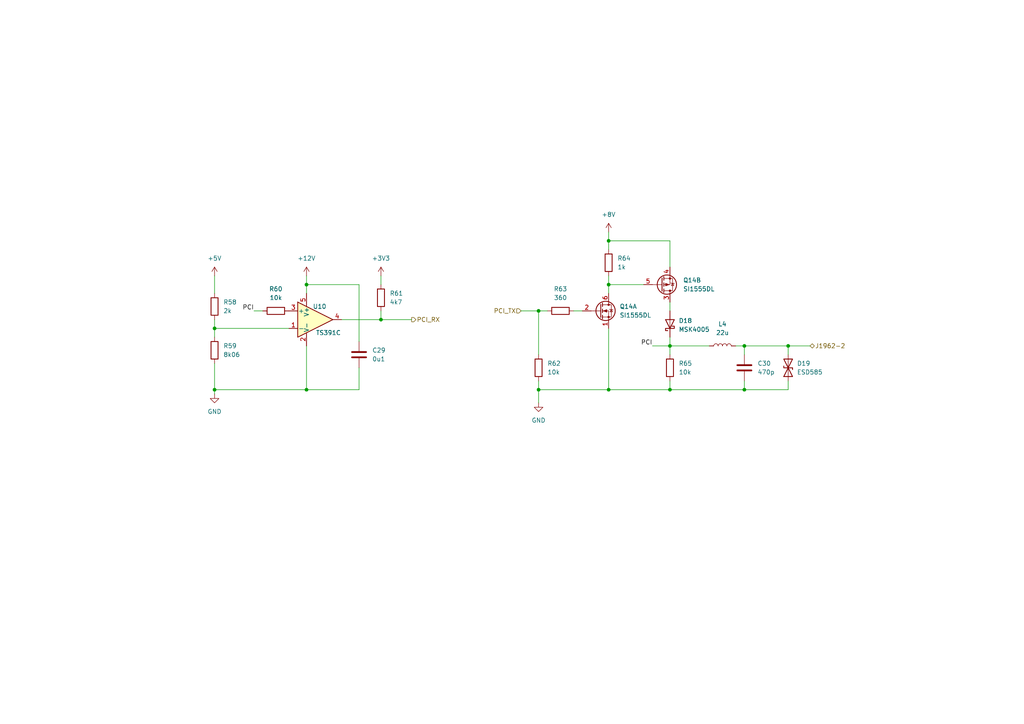
<source format=kicad_sch>
(kicad_sch (version 20211123) (generator eeschema)

  (uuid 88f30bb3-2209-4dde-a892-4620f52b9e49)

  (paper "A4")

  (title_block
    (title "Chrysler Scanner")
    (date "2023-06-25")
    (rev "V2.11")
    (company "andy@britishideas.com")
    (comment 1 "V210/ChryslerScanner_V210/schematic/ChryslerScanner_V210_schematic.pdf")
    (comment 2 "Developed From: https://github.com/laszlodaniel/ChryslerScanner/blob/master/PCB/")
    (comment 3 "GPL V3 LICENSE")
  )

  (lib_symbols
    (symbol "ChryslerScanner:SI1555DL" (pin_names hide) (in_bom yes) (on_board yes)
      (property "Reference" "Q" (id 0) (at 5.08 1.905 0)
        (effects (font (size 1.27 1.27)) (justify left))
      )
      (property "Value" "SI1555DL" (id 1) (at 5.08 0 0)
        (effects (font (size 1.27 1.27)) (justify left))
      )
      (property "Footprint" "Package_TO_SOT_SMD:SOT-23-6" (id 2) (at 5.08 -1.905 0)
        (effects (font (size 1.27 1.27)) (justify left) hide)
      )
      (property "Datasheet" "" (id 3) (at 2.54 0 0)
        (effects (font (size 1.27 1.27)) (justify left) hide)
      )
      (property "ki_keywords" "Dual HEXFET N-Channel P-Channel MOSFET" (id 4) (at 0 0 0)
        (effects (font (size 1.27 1.27)) hide)
      )
      (property "ki_fp_filters" "SOIC*3.9x4.9mm*P1.27mm*" (id 5) (at 0 0 0)
        (effects (font (size 1.27 1.27)) hide)
      )
      (symbol "SI1555DL_0_1"
        (polyline
          (pts
            (xy 0.254 0)
            (xy -2.54 0)
          )
          (stroke (width 0) (type default) (color 0 0 0 0))
          (fill (type none))
        )
        (polyline
          (pts
            (xy 0.254 1.905)
            (xy 0.254 -1.905)
          )
          (stroke (width 0.254) (type default) (color 0 0 0 0))
          (fill (type none))
        )
        (polyline
          (pts
            (xy 0.762 -1.27)
            (xy 0.762 -2.286)
          )
          (stroke (width 0.254) (type default) (color 0 0 0 0))
          (fill (type none))
        )
        (polyline
          (pts
            (xy 0.762 0.508)
            (xy 0.762 -0.508)
          )
          (stroke (width 0.254) (type default) (color 0 0 0 0))
          (fill (type none))
        )
        (polyline
          (pts
            (xy 0.762 2.286)
            (xy 0.762 1.27)
          )
          (stroke (width 0.254) (type default) (color 0 0 0 0))
          (fill (type none))
        )
        (polyline
          (pts
            (xy 2.54 2.54)
            (xy 2.54 1.778)
          )
          (stroke (width 0) (type default) (color 0 0 0 0))
          (fill (type none))
        )
        (polyline
          (pts
            (xy 2.54 -2.54)
            (xy 2.54 0)
            (xy 0.762 0)
          )
          (stroke (width 0) (type default) (color 0 0 0 0))
          (fill (type none))
        )
        (polyline
          (pts
            (xy 0.762 -1.778)
            (xy 3.302 -1.778)
            (xy 3.302 1.778)
            (xy 0.762 1.778)
          )
          (stroke (width 0) (type default) (color 0 0 0 0))
          (fill (type none))
        )
        (circle (center 1.651 0) (radius 2.794)
          (stroke (width 0.254) (type default) (color 0 0 0 0))
          (fill (type none))
        )
        (circle (center 2.54 -1.778) (radius 0.254)
          (stroke (width 0) (type default) (color 0 0 0 0))
          (fill (type outline))
        )
        (circle (center 2.54 1.778) (radius 0.254)
          (stroke (width 0) (type default) (color 0 0 0 0))
          (fill (type outline))
        )
      )
      (symbol "SI1555DL_1_1"
        (polyline
          (pts
            (xy 1.016 0)
            (xy 2.032 0.381)
            (xy 2.032 -0.381)
            (xy 1.016 0)
          )
          (stroke (width 0) (type default) (color 0 0 0 0))
          (fill (type outline))
        )
        (polyline
          (pts
            (xy 2.794 0.508)
            (xy 2.921 0.381)
            (xy 3.683 0.381)
            (xy 3.81 0.254)
          )
          (stroke (width 0) (type default) (color 0 0 0 0))
          (fill (type none))
        )
        (polyline
          (pts
            (xy 3.302 0.381)
            (xy 2.921 -0.254)
            (xy 3.683 -0.254)
            (xy 3.302 0.381)
          )
          (stroke (width 0) (type default) (color 0 0 0 0))
          (fill (type none))
        )
        (pin passive line (at 2.54 -5.08 90) (length 2.54)
          (name "S" (effects (font (size 1.27 1.27))))
          (number "1" (effects (font (size 1.27 1.27))))
        )
        (pin input line (at -5.08 0 0) (length 2.54)
          (name "G" (effects (font (size 1.27 1.27))))
          (number "2" (effects (font (size 1.27 1.27))))
        )
        (pin passive line (at 2.54 5.08 270) (length 2.54)
          (name "D" (effects (font (size 1.27 1.27))))
          (number "6" (effects (font (size 1.27 1.27))))
        )
      )
      (symbol "SI1555DL_2_1"
        (polyline
          (pts
            (xy 2.286 0)
            (xy 1.27 0.381)
            (xy 1.27 -0.381)
            (xy 2.286 0)
          )
          (stroke (width 0) (type default) (color 0 0 0 0))
          (fill (type outline))
        )
        (polyline
          (pts
            (xy 2.794 -0.508)
            (xy 2.921 -0.381)
            (xy 3.683 -0.381)
            (xy 3.81 -0.254)
          )
          (stroke (width 0) (type default) (color 0 0 0 0))
          (fill (type none))
        )
        (polyline
          (pts
            (xy 3.302 -0.381)
            (xy 2.921 0.254)
            (xy 3.683 0.254)
            (xy 3.302 -0.381)
          )
          (stroke (width 0) (type default) (color 0 0 0 0))
          (fill (type none))
        )
        (pin passive line (at 2.54 5.08 270) (length 2.54)
          (name "D" (effects (font (size 1.27 1.27))))
          (number "3" (effects (font (size 1.27 1.27))))
        )
        (pin passive line (at 2.54 -5.08 90) (length 2.54)
          (name "1" (effects (font (size 1.27 1.27))))
          (number "4" (effects (font (size 1.27 1.27))))
        )
        (pin input line (at -5.08 0 0) (length 2.54)
          (name "G" (effects (font (size 1.27 1.27))))
          (number "5" (effects (font (size 1.27 1.27))))
        )
      )
    )
    (symbol "ChryslerScanner:TS391C" (pin_names (offset 0.127)) (in_bom yes) (on_board yes)
      (property "Reference" "U" (id 0) (at 0 5.08 0)
        (effects (font (size 1.27 1.27)) (justify left))
      )
      (property "Value" "TS391C" (id 1) (at 0 -5.08 0)
        (effects (font (size 1.27 1.27)) (justify left))
      )
      (property "Footprint" "" (id 2) (at 0 0 0)
        (effects (font (size 1.27 1.27)) hide)
      )
      (property "Datasheet" "" (id 3) (at 0 5.08 0)
        (effects (font (size 1.27 1.27)) hide)
      )
      (property "ki_keywords" "single opamp" (id 4) (at 0 0 0)
        (effects (font (size 1.27 1.27)) hide)
      )
      (property "ki_fp_filters" "SOT?23*" (id 5) (at 0 0 0)
        (effects (font (size 1.27 1.27)) hide)
      )
      (symbol "TS391C_0_1"
        (polyline
          (pts
            (xy -5.08 5.08)
            (xy 5.08 0)
            (xy -5.08 -5.08)
            (xy -5.08 5.08)
          )
          (stroke (width 0.254) (type default) (color 0 0 0 0))
          (fill (type background))
        )
        (pin power_in line (at -2.54 -7.62 90) (length 3.81)
          (name "V-" (effects (font (size 1.27 1.27))))
          (number "2" (effects (font (size 1.27 1.27))))
        )
        (pin power_in line (at -2.54 7.62 270) (length 3.81)
          (name "V+" (effects (font (size 1.27 1.27))))
          (number "5" (effects (font (size 1.27 1.27))))
        )
      )
      (symbol "TS391C_1_1"
        (pin input line (at -7.62 -2.54 0) (length 2.54)
          (name "-" (effects (font (size 1.27 1.27))))
          (number "1" (effects (font (size 1.27 1.27))))
        )
        (pin input line (at -7.62 2.54 0) (length 2.54)
          (name "+" (effects (font (size 1.27 1.27))))
          (number "3" (effects (font (size 1.27 1.27))))
        )
        (pin output line (at 7.62 0 180) (length 2.54)
          (name "~" (effects (font (size 1.27 1.27))))
          (number "4" (effects (font (size 1.27 1.27))))
        )
      )
    )
    (symbol "Device:C" (pin_numbers hide) (pin_names (offset 0.254)) (in_bom yes) (on_board yes)
      (property "Reference" "C" (id 0) (at 0.635 2.54 0)
        (effects (font (size 1.27 1.27)) (justify left))
      )
      (property "Value" "C" (id 1) (at 0.635 -2.54 0)
        (effects (font (size 1.27 1.27)) (justify left))
      )
      (property "Footprint" "" (id 2) (at 0.9652 -3.81 0)
        (effects (font (size 1.27 1.27)) hide)
      )
      (property "Datasheet" "~" (id 3) (at 0 0 0)
        (effects (font (size 1.27 1.27)) hide)
      )
      (property "ki_keywords" "cap capacitor" (id 4) (at 0 0 0)
        (effects (font (size 1.27 1.27)) hide)
      )
      (property "ki_description" "Unpolarized capacitor" (id 5) (at 0 0 0)
        (effects (font (size 1.27 1.27)) hide)
      )
      (property "ki_fp_filters" "C_*" (id 6) (at 0 0 0)
        (effects (font (size 1.27 1.27)) hide)
      )
      (symbol "C_0_1"
        (polyline
          (pts
            (xy -2.032 -0.762)
            (xy 2.032 -0.762)
          )
          (stroke (width 0.508) (type default) (color 0 0 0 0))
          (fill (type none))
        )
        (polyline
          (pts
            (xy -2.032 0.762)
            (xy 2.032 0.762)
          )
          (stroke (width 0.508) (type default) (color 0 0 0 0))
          (fill (type none))
        )
      )
      (symbol "C_1_1"
        (pin passive line (at 0 3.81 270) (length 2.794)
          (name "~" (effects (font (size 1.27 1.27))))
          (number "1" (effects (font (size 1.27 1.27))))
        )
        (pin passive line (at 0 -3.81 90) (length 2.794)
          (name "~" (effects (font (size 1.27 1.27))))
          (number "2" (effects (font (size 1.27 1.27))))
        )
      )
    )
    (symbol "Device:D_Schottky" (pin_numbers hide) (pin_names (offset 1.016) hide) (in_bom yes) (on_board yes)
      (property "Reference" "D" (id 0) (at 0 2.54 0)
        (effects (font (size 1.27 1.27)))
      )
      (property "Value" "D_Schottky" (id 1) (at 0 -2.54 0)
        (effects (font (size 1.27 1.27)))
      )
      (property "Footprint" "" (id 2) (at 0 0 0)
        (effects (font (size 1.27 1.27)) hide)
      )
      (property "Datasheet" "~" (id 3) (at 0 0 0)
        (effects (font (size 1.27 1.27)) hide)
      )
      (property "ki_keywords" "diode Schottky" (id 4) (at 0 0 0)
        (effects (font (size 1.27 1.27)) hide)
      )
      (property "ki_description" "Schottky diode" (id 5) (at 0 0 0)
        (effects (font (size 1.27 1.27)) hide)
      )
      (property "ki_fp_filters" "TO-???* *_Diode_* *SingleDiode* D_*" (id 6) (at 0 0 0)
        (effects (font (size 1.27 1.27)) hide)
      )
      (symbol "D_Schottky_0_1"
        (polyline
          (pts
            (xy 1.27 0)
            (xy -1.27 0)
          )
          (stroke (width 0) (type default) (color 0 0 0 0))
          (fill (type none))
        )
        (polyline
          (pts
            (xy 1.27 1.27)
            (xy 1.27 -1.27)
            (xy -1.27 0)
            (xy 1.27 1.27)
          )
          (stroke (width 0.254) (type default) (color 0 0 0 0))
          (fill (type none))
        )
        (polyline
          (pts
            (xy -1.905 0.635)
            (xy -1.905 1.27)
            (xy -1.27 1.27)
            (xy -1.27 -1.27)
            (xy -0.635 -1.27)
            (xy -0.635 -0.635)
          )
          (stroke (width 0.254) (type default) (color 0 0 0 0))
          (fill (type none))
        )
      )
      (symbol "D_Schottky_1_1"
        (pin passive line (at -3.81 0 0) (length 2.54)
          (name "K" (effects (font (size 1.27 1.27))))
          (number "1" (effects (font (size 1.27 1.27))))
        )
        (pin passive line (at 3.81 0 180) (length 2.54)
          (name "A" (effects (font (size 1.27 1.27))))
          (number "2" (effects (font (size 1.27 1.27))))
        )
      )
    )
    (symbol "Device:D_TVS" (pin_numbers hide) (pin_names (offset 1.016) hide) (in_bom yes) (on_board yes)
      (property "Reference" "D" (id 0) (at 0 2.54 0)
        (effects (font (size 1.27 1.27)))
      )
      (property "Value" "D_TVS" (id 1) (at 0 -2.54 0)
        (effects (font (size 1.27 1.27)))
      )
      (property "Footprint" "" (id 2) (at 0 0 0)
        (effects (font (size 1.27 1.27)) hide)
      )
      (property "Datasheet" "~" (id 3) (at 0 0 0)
        (effects (font (size 1.27 1.27)) hide)
      )
      (property "ki_keywords" "diode TVS thyrector" (id 4) (at 0 0 0)
        (effects (font (size 1.27 1.27)) hide)
      )
      (property "ki_description" "Bidirectional transient-voltage-suppression diode" (id 5) (at 0 0 0)
        (effects (font (size 1.27 1.27)) hide)
      )
      (property "ki_fp_filters" "TO-???* *_Diode_* *SingleDiode* D_*" (id 6) (at 0 0 0)
        (effects (font (size 1.27 1.27)) hide)
      )
      (symbol "D_TVS_0_1"
        (polyline
          (pts
            (xy 1.27 0)
            (xy -1.27 0)
          )
          (stroke (width 0) (type default) (color 0 0 0 0))
          (fill (type none))
        )
        (polyline
          (pts
            (xy 0.508 1.27)
            (xy 0 1.27)
            (xy 0 -1.27)
            (xy -0.508 -1.27)
          )
          (stroke (width 0.254) (type default) (color 0 0 0 0))
          (fill (type none))
        )
        (polyline
          (pts
            (xy -2.54 1.27)
            (xy -2.54 -1.27)
            (xy 2.54 1.27)
            (xy 2.54 -1.27)
            (xy -2.54 1.27)
          )
          (stroke (width 0.254) (type default) (color 0 0 0 0))
          (fill (type none))
        )
      )
      (symbol "D_TVS_1_1"
        (pin passive line (at -3.81 0 0) (length 2.54)
          (name "A1" (effects (font (size 1.27 1.27))))
          (number "1" (effects (font (size 1.27 1.27))))
        )
        (pin passive line (at 3.81 0 180) (length 2.54)
          (name "A2" (effects (font (size 1.27 1.27))))
          (number "2" (effects (font (size 1.27 1.27))))
        )
      )
    )
    (symbol "Device:L" (pin_numbers hide) (pin_names (offset 1.016) hide) (in_bom yes) (on_board yes)
      (property "Reference" "L" (id 0) (at -1.27 0 90)
        (effects (font (size 1.27 1.27)))
      )
      (property "Value" "L" (id 1) (at 1.905 0 90)
        (effects (font (size 1.27 1.27)))
      )
      (property "Footprint" "" (id 2) (at 0 0 0)
        (effects (font (size 1.27 1.27)) hide)
      )
      (property "Datasheet" "~" (id 3) (at 0 0 0)
        (effects (font (size 1.27 1.27)) hide)
      )
      (property "ki_keywords" "inductor choke coil reactor magnetic" (id 4) (at 0 0 0)
        (effects (font (size 1.27 1.27)) hide)
      )
      (property "ki_description" "Inductor" (id 5) (at 0 0 0)
        (effects (font (size 1.27 1.27)) hide)
      )
      (property "ki_fp_filters" "Choke_* *Coil* Inductor_* L_*" (id 6) (at 0 0 0)
        (effects (font (size 1.27 1.27)) hide)
      )
      (symbol "L_0_1"
        (arc (start 0 -2.54) (mid 0.635 -1.905) (end 0 -1.27)
          (stroke (width 0) (type default) (color 0 0 0 0))
          (fill (type none))
        )
        (arc (start 0 -1.27) (mid 0.635 -0.635) (end 0 0)
          (stroke (width 0) (type default) (color 0 0 0 0))
          (fill (type none))
        )
        (arc (start 0 0) (mid 0.635 0.635) (end 0 1.27)
          (stroke (width 0) (type default) (color 0 0 0 0))
          (fill (type none))
        )
        (arc (start 0 1.27) (mid 0.635 1.905) (end 0 2.54)
          (stroke (width 0) (type default) (color 0 0 0 0))
          (fill (type none))
        )
      )
      (symbol "L_1_1"
        (pin passive line (at 0 3.81 270) (length 1.27)
          (name "1" (effects (font (size 1.27 1.27))))
          (number "1" (effects (font (size 1.27 1.27))))
        )
        (pin passive line (at 0 -3.81 90) (length 1.27)
          (name "2" (effects (font (size 1.27 1.27))))
          (number "2" (effects (font (size 1.27 1.27))))
        )
      )
    )
    (symbol "Device:R" (pin_numbers hide) (pin_names (offset 0)) (in_bom yes) (on_board yes)
      (property "Reference" "R" (id 0) (at 2.032 0 90)
        (effects (font (size 1.27 1.27)))
      )
      (property "Value" "R" (id 1) (at 0 0 90)
        (effects (font (size 1.27 1.27)))
      )
      (property "Footprint" "" (id 2) (at -1.778 0 90)
        (effects (font (size 1.27 1.27)) hide)
      )
      (property "Datasheet" "~" (id 3) (at 0 0 0)
        (effects (font (size 1.27 1.27)) hide)
      )
      (property "ki_keywords" "R res resistor" (id 4) (at 0 0 0)
        (effects (font (size 1.27 1.27)) hide)
      )
      (property "ki_description" "Resistor" (id 5) (at 0 0 0)
        (effects (font (size 1.27 1.27)) hide)
      )
      (property "ki_fp_filters" "R_*" (id 6) (at 0 0 0)
        (effects (font (size 1.27 1.27)) hide)
      )
      (symbol "R_0_1"
        (rectangle (start -1.016 -2.54) (end 1.016 2.54)
          (stroke (width 0.254) (type default) (color 0 0 0 0))
          (fill (type none))
        )
      )
      (symbol "R_1_1"
        (pin passive line (at 0 3.81 270) (length 1.27)
          (name "~" (effects (font (size 1.27 1.27))))
          (number "1" (effects (font (size 1.27 1.27))))
        )
        (pin passive line (at 0 -3.81 90) (length 1.27)
          (name "~" (effects (font (size 1.27 1.27))))
          (number "2" (effects (font (size 1.27 1.27))))
        )
      )
    )
    (symbol "power:+12V" (power) (pin_names (offset 0)) (in_bom yes) (on_board yes)
      (property "Reference" "#PWR" (id 0) (at 0 -3.81 0)
        (effects (font (size 1.27 1.27)) hide)
      )
      (property "Value" "+12V" (id 1) (at 0 3.556 0)
        (effects (font (size 1.27 1.27)))
      )
      (property "Footprint" "" (id 2) (at 0 0 0)
        (effects (font (size 1.27 1.27)) hide)
      )
      (property "Datasheet" "" (id 3) (at 0 0 0)
        (effects (font (size 1.27 1.27)) hide)
      )
      (property "ki_keywords" "power-flag" (id 4) (at 0 0 0)
        (effects (font (size 1.27 1.27)) hide)
      )
      (property "ki_description" "Power symbol creates a global label with name \"+12V\"" (id 5) (at 0 0 0)
        (effects (font (size 1.27 1.27)) hide)
      )
      (symbol "+12V_0_1"
        (polyline
          (pts
            (xy -0.762 1.27)
            (xy 0 2.54)
          )
          (stroke (width 0) (type default) (color 0 0 0 0))
          (fill (type none))
        )
        (polyline
          (pts
            (xy 0 0)
            (xy 0 2.54)
          )
          (stroke (width 0) (type default) (color 0 0 0 0))
          (fill (type none))
        )
        (polyline
          (pts
            (xy 0 2.54)
            (xy 0.762 1.27)
          )
          (stroke (width 0) (type default) (color 0 0 0 0))
          (fill (type none))
        )
      )
      (symbol "+12V_1_1"
        (pin power_in line (at 0 0 90) (length 0) hide
          (name "+12V" (effects (font (size 1.27 1.27))))
          (number "1" (effects (font (size 1.27 1.27))))
        )
      )
    )
    (symbol "power:+3V3" (power) (pin_names (offset 0)) (in_bom yes) (on_board yes)
      (property "Reference" "#PWR" (id 0) (at 0 -3.81 0)
        (effects (font (size 1.27 1.27)) hide)
      )
      (property "Value" "+3V3" (id 1) (at 0 3.556 0)
        (effects (font (size 1.27 1.27)))
      )
      (property "Footprint" "" (id 2) (at 0 0 0)
        (effects (font (size 1.27 1.27)) hide)
      )
      (property "Datasheet" "" (id 3) (at 0 0 0)
        (effects (font (size 1.27 1.27)) hide)
      )
      (property "ki_keywords" "power-flag" (id 4) (at 0 0 0)
        (effects (font (size 1.27 1.27)) hide)
      )
      (property "ki_description" "Power symbol creates a global label with name \"+3V3\"" (id 5) (at 0 0 0)
        (effects (font (size 1.27 1.27)) hide)
      )
      (symbol "+3V3_0_1"
        (polyline
          (pts
            (xy -0.762 1.27)
            (xy 0 2.54)
          )
          (stroke (width 0) (type default) (color 0 0 0 0))
          (fill (type none))
        )
        (polyline
          (pts
            (xy 0 0)
            (xy 0 2.54)
          )
          (stroke (width 0) (type default) (color 0 0 0 0))
          (fill (type none))
        )
        (polyline
          (pts
            (xy 0 2.54)
            (xy 0.762 1.27)
          )
          (stroke (width 0) (type default) (color 0 0 0 0))
          (fill (type none))
        )
      )
      (symbol "+3V3_1_1"
        (pin power_in line (at 0 0 90) (length 0) hide
          (name "+3V3" (effects (font (size 1.27 1.27))))
          (number "1" (effects (font (size 1.27 1.27))))
        )
      )
    )
    (symbol "power:+5V" (power) (pin_names (offset 0)) (in_bom yes) (on_board yes)
      (property "Reference" "#PWR" (id 0) (at 0 -3.81 0)
        (effects (font (size 1.27 1.27)) hide)
      )
      (property "Value" "+5V" (id 1) (at 0 3.556 0)
        (effects (font (size 1.27 1.27)))
      )
      (property "Footprint" "" (id 2) (at 0 0 0)
        (effects (font (size 1.27 1.27)) hide)
      )
      (property "Datasheet" "" (id 3) (at 0 0 0)
        (effects (font (size 1.27 1.27)) hide)
      )
      (property "ki_keywords" "power-flag" (id 4) (at 0 0 0)
        (effects (font (size 1.27 1.27)) hide)
      )
      (property "ki_description" "Power symbol creates a global label with name \"+5V\"" (id 5) (at 0 0 0)
        (effects (font (size 1.27 1.27)) hide)
      )
      (symbol "+5V_0_1"
        (polyline
          (pts
            (xy -0.762 1.27)
            (xy 0 2.54)
          )
          (stroke (width 0) (type default) (color 0 0 0 0))
          (fill (type none))
        )
        (polyline
          (pts
            (xy 0 0)
            (xy 0 2.54)
          )
          (stroke (width 0) (type default) (color 0 0 0 0))
          (fill (type none))
        )
        (polyline
          (pts
            (xy 0 2.54)
            (xy 0.762 1.27)
          )
          (stroke (width 0) (type default) (color 0 0 0 0))
          (fill (type none))
        )
      )
      (symbol "+5V_1_1"
        (pin power_in line (at 0 0 90) (length 0) hide
          (name "+5V" (effects (font (size 1.27 1.27))))
          (number "1" (effects (font (size 1.27 1.27))))
        )
      )
    )
    (symbol "power:+8V" (power) (pin_names (offset 0)) (in_bom yes) (on_board yes)
      (property "Reference" "#PWR" (id 0) (at 0 -3.81 0)
        (effects (font (size 1.27 1.27)) hide)
      )
      (property "Value" "+8V" (id 1) (at 0 3.556 0)
        (effects (font (size 1.27 1.27)))
      )
      (property "Footprint" "" (id 2) (at 0 0 0)
        (effects (font (size 1.27 1.27)) hide)
      )
      (property "Datasheet" "" (id 3) (at 0 0 0)
        (effects (font (size 1.27 1.27)) hide)
      )
      (property "ki_keywords" "power-flag" (id 4) (at 0 0 0)
        (effects (font (size 1.27 1.27)) hide)
      )
      (property "ki_description" "Power symbol creates a global label with name \"+8V\"" (id 5) (at 0 0 0)
        (effects (font (size 1.27 1.27)) hide)
      )
      (symbol "+8V_0_1"
        (polyline
          (pts
            (xy -0.762 1.27)
            (xy 0 2.54)
          )
          (stroke (width 0) (type default) (color 0 0 0 0))
          (fill (type none))
        )
        (polyline
          (pts
            (xy 0 0)
            (xy 0 2.54)
          )
          (stroke (width 0) (type default) (color 0 0 0 0))
          (fill (type none))
        )
        (polyline
          (pts
            (xy 0 2.54)
            (xy 0.762 1.27)
          )
          (stroke (width 0) (type default) (color 0 0 0 0))
          (fill (type none))
        )
      )
      (symbol "+8V_1_1"
        (pin power_in line (at 0 0 90) (length 0) hide
          (name "+8V" (effects (font (size 1.27 1.27))))
          (number "1" (effects (font (size 1.27 1.27))))
        )
      )
    )
    (symbol "power:GND" (power) (pin_names (offset 0)) (in_bom yes) (on_board yes)
      (property "Reference" "#PWR" (id 0) (at 0 -6.35 0)
        (effects (font (size 1.27 1.27)) hide)
      )
      (property "Value" "GND" (id 1) (at 0 -3.81 0)
        (effects (font (size 1.27 1.27)))
      )
      (property "Footprint" "" (id 2) (at 0 0 0)
        (effects (font (size 1.27 1.27)) hide)
      )
      (property "Datasheet" "" (id 3) (at 0 0 0)
        (effects (font (size 1.27 1.27)) hide)
      )
      (property "ki_keywords" "power-flag" (id 4) (at 0 0 0)
        (effects (font (size 1.27 1.27)) hide)
      )
      (property "ki_description" "Power symbol creates a global label with name \"GND\" , ground" (id 5) (at 0 0 0)
        (effects (font (size 1.27 1.27)) hide)
      )
      (symbol "GND_0_1"
        (polyline
          (pts
            (xy 0 0)
            (xy 0 -1.27)
            (xy 1.27 -1.27)
            (xy 0 -2.54)
            (xy -1.27 -1.27)
            (xy 0 -1.27)
          )
          (stroke (width 0) (type default) (color 0 0 0 0))
          (fill (type none))
        )
      )
      (symbol "GND_1_1"
        (pin power_in line (at 0 0 270) (length 0) hide
          (name "GND" (effects (font (size 1.27 1.27))))
          (number "1" (effects (font (size 1.27 1.27))))
        )
      )
    )
  )

  (junction (at 176.53 113.03) (diameter 0) (color 0 0 0 0)
    (uuid 06154206-bfc1-48b1-8aab-dbb3c93832c5)
  )
  (junction (at 194.31 113.03) (diameter 0) (color 0 0 0 0)
    (uuid 16c8affc-732e-43a0-a320-d3500ccf6739)
  )
  (junction (at 156.21 113.03) (diameter 0) (color 0 0 0 0)
    (uuid 2bd5a19c-0df5-4be8-8d81-47274a172f7d)
  )
  (junction (at 156.21 90.17) (diameter 0) (color 0 0 0 0)
    (uuid 56cd5f47-dfb8-4ab2-bffb-f4d89db81ab5)
  )
  (junction (at 176.53 69.85) (diameter 0) (color 0 0 0 0)
    (uuid 6e99925a-c997-435f-b48b-8c8bb6a01237)
  )
  (junction (at 176.53 82.55) (diameter 0) (color 0 0 0 0)
    (uuid 7c1e8d7c-1148-4ad6-b689-31987eb3cc1c)
  )
  (junction (at 88.9 82.55) (diameter 0) (color 0 0 0 0)
    (uuid 7e6e673b-e512-4b06-891d-a20ada3a47c7)
  )
  (junction (at 62.23 95.25) (diameter 0) (color 0 0 0 0)
    (uuid 8cda4a5d-e7ce-409e-8967-1ed89a1c0431)
  )
  (junction (at 62.23 113.03) (diameter 0) (color 0 0 0 0)
    (uuid a5ca3464-e001-45ba-acb9-50c674fc3ced)
  )
  (junction (at 215.9 113.03) (diameter 0) (color 0 0 0 0)
    (uuid bb3bf565-1643-458f-8951-a0ba46a75002)
  )
  (junction (at 215.9 100.33) (diameter 0) (color 0 0 0 0)
    (uuid cb84fd1d-8777-483e-ae36-0df70a005304)
  )
  (junction (at 194.31 100.33) (diameter 0) (color 0 0 0 0)
    (uuid cc356264-0c2b-44a1-9a40-8922669cf39a)
  )
  (junction (at 228.6 100.33) (diameter 0) (color 0 0 0 0)
    (uuid cd4bfffd-14f5-4080-9cc8-7955b970e30b)
  )
  (junction (at 88.9 113.03) (diameter 0) (color 0 0 0 0)
    (uuid f806fb48-4ab3-4050-8fc7-c6bca3afd0ce)
  )
  (junction (at 110.49 92.71) (diameter 0) (color 0 0 0 0)
    (uuid fd61600c-2618-488c-bfa5-a253ced4a4a3)
  )

  (wire (pts (xy 110.49 90.17) (xy 110.49 92.71))
    (stroke (width 0) (type default) (color 0 0 0 0))
    (uuid 03d608f0-027c-47ee-bc22-a175a7f0cfbd)
  )
  (wire (pts (xy 215.9 110.49) (xy 215.9 113.03))
    (stroke (width 0) (type default) (color 0 0 0 0))
    (uuid 113612d4-4953-46ea-bca8-8b8a63946fed)
  )
  (wire (pts (xy 62.23 95.25) (xy 62.23 97.79))
    (stroke (width 0) (type default) (color 0 0 0 0))
    (uuid 1304d38b-a6a5-4d05-b4bb-3c4fe0934856)
  )
  (wire (pts (xy 194.31 69.85) (xy 176.53 69.85))
    (stroke (width 0) (type default) (color 0 0 0 0))
    (uuid 1a45734c-8f73-4440-96c1-956d2f829caf)
  )
  (wire (pts (xy 194.31 77.47) (xy 194.31 69.85))
    (stroke (width 0) (type default) (color 0 0 0 0))
    (uuid 1aca7f1d-e07c-4ddc-acf0-5edd92da8019)
  )
  (wire (pts (xy 156.21 113.03) (xy 156.21 116.84))
    (stroke (width 0) (type default) (color 0 0 0 0))
    (uuid 1c14ff2d-ef6c-4832-b999-81d9ffff51ba)
  )
  (wire (pts (xy 194.31 97.79) (xy 194.31 100.33))
    (stroke (width 0) (type default) (color 0 0 0 0))
    (uuid 1ca0bbaf-0d6f-459e-8212-7b493ff7b36f)
  )
  (wire (pts (xy 104.14 113.03) (xy 88.9 113.03))
    (stroke (width 0) (type default) (color 0 0 0 0))
    (uuid 1cc66d29-63b4-4600-b7ca-b952fa6e0a16)
  )
  (wire (pts (xy 176.53 82.55) (xy 176.53 85.09))
    (stroke (width 0) (type default) (color 0 0 0 0))
    (uuid 2060689c-7fd8-4b10-85f2-530fc278b6ac)
  )
  (wire (pts (xy 215.9 102.87) (xy 215.9 100.33))
    (stroke (width 0) (type default) (color 0 0 0 0))
    (uuid 24f3843d-c5ef-4a23-92d0-27846222e4ca)
  )
  (wire (pts (xy 158.75 90.17) (xy 156.21 90.17))
    (stroke (width 0) (type default) (color 0 0 0 0))
    (uuid 2734bcf2-051a-46ff-b1d1-9f49036949ca)
  )
  (wire (pts (xy 110.49 92.71) (xy 99.06 92.71))
    (stroke (width 0) (type default) (color 0 0 0 0))
    (uuid 2a001d2c-ecef-4940-a88d-1e30700e0717)
  )
  (wire (pts (xy 73.66 90.17) (xy 76.2 90.17))
    (stroke (width 0) (type default) (color 0 0 0 0))
    (uuid 2c0b1e07-f420-4709-8b4d-8cf84b828c0d)
  )
  (wire (pts (xy 215.9 113.03) (xy 194.31 113.03))
    (stroke (width 0) (type default) (color 0 0 0 0))
    (uuid 3c0bc845-6cec-44b0-aeaf-e839974c8676)
  )
  (wire (pts (xy 156.21 90.17) (xy 156.21 102.87))
    (stroke (width 0) (type default) (color 0 0 0 0))
    (uuid 3ff4aee4-41eb-4f6c-8440-643405f14c13)
  )
  (wire (pts (xy 228.6 100.33) (xy 215.9 100.33))
    (stroke (width 0) (type default) (color 0 0 0 0))
    (uuid 4055eabb-03c0-475e-85d0-00a7eca297ba)
  )
  (wire (pts (xy 104.14 106.68) (xy 104.14 113.03))
    (stroke (width 0) (type default) (color 0 0 0 0))
    (uuid 415dc3f1-fc1a-4b1c-9ac5-bbad55b5f243)
  )
  (wire (pts (xy 62.23 80.01) (xy 62.23 85.09))
    (stroke (width 0) (type default) (color 0 0 0 0))
    (uuid 41c29536-fd9d-44f6-9aed-cdaed6b899ff)
  )
  (wire (pts (xy 62.23 95.25) (xy 83.82 95.25))
    (stroke (width 0) (type default) (color 0 0 0 0))
    (uuid 4b852dfa-5784-4693-a9d8-5af129e96534)
  )
  (wire (pts (xy 88.9 100.33) (xy 88.9 113.03))
    (stroke (width 0) (type default) (color 0 0 0 0))
    (uuid 4cfbb8a0-f180-4927-bfc6-1920ed12b48a)
  )
  (wire (pts (xy 194.31 110.49) (xy 194.31 113.03))
    (stroke (width 0) (type default) (color 0 0 0 0))
    (uuid 553bdf44-2dec-4056-ba97-826214c59867)
  )
  (wire (pts (xy 110.49 92.71) (xy 119.38 92.71))
    (stroke (width 0) (type default) (color 0 0 0 0))
    (uuid 5ace0037-29aa-4b38-942e-099fa4ff6d69)
  )
  (wire (pts (xy 176.53 67.31) (xy 176.53 69.85))
    (stroke (width 0) (type default) (color 0 0 0 0))
    (uuid 5b11cec5-5f9f-4bed-889c-ac7271997f4f)
  )
  (wire (pts (xy 62.23 105.41) (xy 62.23 113.03))
    (stroke (width 0) (type default) (color 0 0 0 0))
    (uuid 5db67bbb-3c0a-4d02-b3df-7e5702feb8b7)
  )
  (wire (pts (xy 194.31 100.33) (xy 194.31 102.87))
    (stroke (width 0) (type default) (color 0 0 0 0))
    (uuid 63275331-9fc3-43d4-9618-54d10e309f4c)
  )
  (wire (pts (xy 228.6 102.87) (xy 228.6 100.33))
    (stroke (width 0) (type default) (color 0 0 0 0))
    (uuid 67c60382-0e8f-4ffe-8843-dd6370afb16e)
  )
  (wire (pts (xy 189.23 100.33) (xy 194.31 100.33))
    (stroke (width 0) (type default) (color 0 0 0 0))
    (uuid 6ad57338-242e-4497-b9da-411224221457)
  )
  (wire (pts (xy 110.49 80.01) (xy 110.49 82.55))
    (stroke (width 0) (type default) (color 0 0 0 0))
    (uuid 6cceeee1-63be-40ff-9c6e-daeb7f1f5cec)
  )
  (wire (pts (xy 104.14 99.06) (xy 104.14 82.55))
    (stroke (width 0) (type default) (color 0 0 0 0))
    (uuid 704c90ae-7f79-425b-81ca-f26e9c8b6226)
  )
  (wire (pts (xy 194.31 113.03) (xy 176.53 113.03))
    (stroke (width 0) (type default) (color 0 0 0 0))
    (uuid 7267c50d-f4a4-4ca8-8e8f-fe183c03a21d)
  )
  (wire (pts (xy 62.23 113.03) (xy 62.23 114.3))
    (stroke (width 0) (type default) (color 0 0 0 0))
    (uuid 737a74a5-86fb-4bd6-85af-4f0caa38f388)
  )
  (wire (pts (xy 215.9 100.33) (xy 213.36 100.33))
    (stroke (width 0) (type default) (color 0 0 0 0))
    (uuid 7af1d230-95c4-45bd-951e-1886fd052e63)
  )
  (wire (pts (xy 62.23 92.71) (xy 62.23 95.25))
    (stroke (width 0) (type default) (color 0 0 0 0))
    (uuid 7f7d63b6-a69d-49fe-9d49-ab252161296a)
  )
  (wire (pts (xy 166.37 90.17) (xy 168.91 90.17))
    (stroke (width 0) (type default) (color 0 0 0 0))
    (uuid 9555b7bd-84d7-4411-bcb5-e298e5f91093)
  )
  (wire (pts (xy 176.53 69.85) (xy 176.53 72.39))
    (stroke (width 0) (type default) (color 0 0 0 0))
    (uuid 98f490e0-77ce-4b68-89c7-9f6ed94c161c)
  )
  (wire (pts (xy 176.53 113.03) (xy 156.21 113.03))
    (stroke (width 0) (type default) (color 0 0 0 0))
    (uuid a095f254-40ac-4594-8552-58f2db250729)
  )
  (wire (pts (xy 176.53 82.55) (xy 186.69 82.55))
    (stroke (width 0) (type default) (color 0 0 0 0))
    (uuid a5dfec28-7967-439b-8f9c-3a8703a25b16)
  )
  (wire (pts (xy 228.6 110.49) (xy 228.6 113.03))
    (stroke (width 0) (type default) (color 0 0 0 0))
    (uuid a64bb9ae-f60a-4f2e-8f12-eb236a59cbc3)
  )
  (wire (pts (xy 151.13 90.17) (xy 156.21 90.17))
    (stroke (width 0) (type default) (color 0 0 0 0))
    (uuid af7de88b-5787-4f08-9ba9-6ce23fec0177)
  )
  (wire (pts (xy 176.53 80.01) (xy 176.53 82.55))
    (stroke (width 0) (type default) (color 0 0 0 0))
    (uuid b3141e9b-1916-4471-b12a-0731dc42563f)
  )
  (wire (pts (xy 104.14 82.55) (xy 88.9 82.55))
    (stroke (width 0) (type default) (color 0 0 0 0))
    (uuid b3917eb9-18b7-4cc0-99ac-949a7d9aa538)
  )
  (wire (pts (xy 62.23 113.03) (xy 88.9 113.03))
    (stroke (width 0) (type default) (color 0 0 0 0))
    (uuid b430dff3-a0f2-4749-818c-717e4b5b3d5e)
  )
  (wire (pts (xy 228.6 113.03) (xy 215.9 113.03))
    (stroke (width 0) (type default) (color 0 0 0 0))
    (uuid b73a8fac-49cd-4f5b-8057-14d8167873e2)
  )
  (wire (pts (xy 194.31 100.33) (xy 205.74 100.33))
    (stroke (width 0) (type default) (color 0 0 0 0))
    (uuid b781dfad-56b6-4384-ac78-53739e57497c)
  )
  (wire (pts (xy 156.21 110.49) (xy 156.21 113.03))
    (stroke (width 0) (type default) (color 0 0 0 0))
    (uuid b8768249-a734-4505-8e97-001d11ffbee7)
  )
  (wire (pts (xy 88.9 80.01) (xy 88.9 82.55))
    (stroke (width 0) (type default) (color 0 0 0 0))
    (uuid bce2f352-ef73-490e-b4ed-d1698b0b540f)
  )
  (wire (pts (xy 228.6 100.33) (xy 234.95 100.33))
    (stroke (width 0) (type default) (color 0 0 0 0))
    (uuid c1c4decf-5c87-4b80-be46-30ee1598c9ad)
  )
  (wire (pts (xy 88.9 82.55) (xy 88.9 85.09))
    (stroke (width 0) (type default) (color 0 0 0 0))
    (uuid cfbb2f10-0982-48b9-a0b4-8a64ca8da1c9)
  )
  (wire (pts (xy 194.31 87.63) (xy 194.31 90.17))
    (stroke (width 0) (type default) (color 0 0 0 0))
    (uuid ebfdec73-0a79-4789-8327-bae851f42c7a)
  )
  (wire (pts (xy 176.53 95.25) (xy 176.53 113.03))
    (stroke (width 0) (type default) (color 0 0 0 0))
    (uuid f2b62c9c-898e-43ad-885a-0eac51dc8106)
  )

  (label "PCI" (at 189.23 100.33 180)
    (effects (font (size 1.27 1.27)) (justify right bottom))
    (uuid 143dda1d-12c6-40d2-a0cf-033c2563ceeb)
  )
  (label "PCI" (at 73.66 90.17 180)
    (effects (font (size 1.27 1.27)) (justify right bottom))
    (uuid 67928e64-f3e6-4306-8b52-113138bebb63)
  )

  (hierarchical_label "PCI_TX" (shape input) (at 151.13 90.17 180)
    (effects (font (size 1.27 1.27)) (justify right))
    (uuid b0df1434-7692-4b57-8cc4-8b834cbb7ee7)
  )
  (hierarchical_label "PCI_RX" (shape output) (at 119.38 92.71 0)
    (effects (font (size 1.27 1.27)) (justify left))
    (uuid c1f6fc8b-4a44-441f-8c0d-2c957f4285da)
  )
  (hierarchical_label "J1962-2" (shape bidirectional) (at 234.95 100.33 0)
    (effects (font (size 1.27 1.27)) (justify left))
    (uuid fe448489-7c44-44c2-a487-db854c6c6bf9)
  )

  (symbol (lib_id "Device:R") (at 80.01 90.17 270) (unit 1)
    (in_bom yes) (on_board yes) (fields_autoplaced)
    (uuid 0fa49211-2cd6-4450-b53e-7b8ee94f5467)
    (property "Reference" "R60" (id 0) (at 80.01 83.82 90))
    (property "Value" "10k" (id 1) (at 80.01 86.36 90))
    (property "Footprint" "" (id 2) (at 80.01 88.392 90)
      (effects (font (size 1.27 1.27)) hide)
    )
    (property "Datasheet" "~" (id 3) (at 80.01 90.17 0)
      (effects (font (size 1.27 1.27)) hide)
    )
    (pin "1" (uuid b4e02cf7-8008-4329-a39c-79cb4702589a))
    (pin "2" (uuid 36ac614e-6e53-4220-8390-24cf088bcfd4))
  )

  (symbol (lib_id "power:+5V") (at 62.23 80.01 0) (unit 1)
    (in_bom yes) (on_board yes) (fields_autoplaced)
    (uuid 3755b476-9244-460f-884a-140ac31bfd02)
    (property "Reference" "#PWR070" (id 0) (at 62.23 83.82 0)
      (effects (font (size 1.27 1.27)) hide)
    )
    (property "Value" "+5V" (id 1) (at 62.23 74.93 0))
    (property "Footprint" "" (id 2) (at 62.23 80.01 0)
      (effects (font (size 1.27 1.27)) hide)
    )
    (property "Datasheet" "" (id 3) (at 62.23 80.01 0)
      (effects (font (size 1.27 1.27)) hide)
    )
    (pin "1" (uuid 19a6c383-5bdc-4b69-87b4-10f3c230c57c))
  )

  (symbol (lib_id "Device:D_TVS") (at 228.6 106.68 90) (unit 1)
    (in_bom yes) (on_board yes) (fields_autoplaced)
    (uuid 5125edca-6a67-4ecc-9070-dcbf2569c12c)
    (property "Reference" "D19" (id 0) (at 231.14 105.4099 90)
      (effects (font (size 1.27 1.27)) (justify right))
    )
    (property "Value" "ESD585" (id 1) (at 231.14 107.9499 90)
      (effects (font (size 1.27 1.27)) (justify right))
    )
    (property "Footprint" "" (id 2) (at 228.6 106.68 0)
      (effects (font (size 1.27 1.27)) hide)
    )
    (property "Datasheet" "~" (id 3) (at 228.6 106.68 0)
      (effects (font (size 1.27 1.27)) hide)
    )
    (pin "1" (uuid d7831eb2-6895-4b87-aa47-a0f080f73123))
    (pin "2" (uuid 951f70a8-caac-4bea-97dd-5008e3fcdbda))
  )

  (symbol (lib_id "Device:R") (at 110.49 86.36 180) (unit 1)
    (in_bom yes) (on_board yes)
    (uuid 5130fd7d-c926-4cb9-8094-e3870022a55d)
    (property "Reference" "R61" (id 0) (at 113.03 85.0899 0)
      (effects (font (size 1.27 1.27)) (justify right))
    )
    (property "Value" "4k7" (id 1) (at 113.03 87.6299 0)
      (effects (font (size 1.27 1.27)) (justify right))
    )
    (property "Footprint" "" (id 2) (at 112.268 86.36 90)
      (effects (font (size 1.27 1.27)) hide)
    )
    (property "Datasheet" "~" (id 3) (at 110.49 86.36 0)
      (effects (font (size 1.27 1.27)) hide)
    )
    (pin "1" (uuid 8e93e001-cf7c-4b02-8f13-df76dfc3b54e))
    (pin "2" (uuid 19fa841d-0456-4fb7-a945-2a599336be15))
  )

  (symbol (lib_id "Device:C") (at 104.14 102.87 0) (unit 1)
    (in_bom yes) (on_board yes) (fields_autoplaced)
    (uuid 520b2f0b-7430-4b0f-81a6-405997509854)
    (property "Reference" "C29" (id 0) (at 107.95 101.5999 0)
      (effects (font (size 1.27 1.27)) (justify left))
    )
    (property "Value" "0u1" (id 1) (at 107.95 104.1399 0)
      (effects (font (size 1.27 1.27)) (justify left))
    )
    (property "Footprint" "" (id 2) (at 105.1052 106.68 0)
      (effects (font (size 1.27 1.27)) hide)
    )
    (property "Datasheet" "~" (id 3) (at 104.14 102.87 0)
      (effects (font (size 1.27 1.27)) hide)
    )
    (pin "1" (uuid 6486d09c-033d-485b-9f74-38a4fb161ef0))
    (pin "2" (uuid 86c6537c-949b-46bf-aacd-33db9d5df4f7))
  )

  (symbol (lib_id "power:+8V") (at 176.53 67.31 0) (unit 1)
    (in_bom yes) (on_board yes) (fields_autoplaced)
    (uuid 557d8b1a-aa01-42d3-ae42-d458223d082d)
    (property "Reference" "#PWR075" (id 0) (at 176.53 71.12 0)
      (effects (font (size 1.27 1.27)) hide)
    )
    (property "Value" "+8V" (id 1) (at 176.53 62.23 0))
    (property "Footprint" "" (id 2) (at 176.53 67.31 0)
      (effects (font (size 1.27 1.27)) hide)
    )
    (property "Datasheet" "" (id 3) (at 176.53 67.31 0)
      (effects (font (size 1.27 1.27)) hide)
    )
    (pin "1" (uuid 2b64cddf-b708-4ba9-98ef-4071e2fac473))
  )

  (symbol (lib_id "Device:R") (at 62.23 101.6 0) (unit 1)
    (in_bom yes) (on_board yes) (fields_autoplaced)
    (uuid 5d7873b4-96aa-4c26-931e-10730006cd80)
    (property "Reference" "R59" (id 0) (at 64.77 100.3299 0)
      (effects (font (size 1.27 1.27)) (justify left))
    )
    (property "Value" "8k06" (id 1) (at 64.77 102.8699 0)
      (effects (font (size 1.27 1.27)) (justify left))
    )
    (property "Footprint" "" (id 2) (at 60.452 101.6 90)
      (effects (font (size 1.27 1.27)) hide)
    )
    (property "Datasheet" "~" (id 3) (at 62.23 101.6 0)
      (effects (font (size 1.27 1.27)) hide)
    )
    (pin "1" (uuid d64aaef1-523c-41d4-8209-079a8396a92a))
    (pin "2" (uuid 82cf92c6-31fe-4840-97c3-9d3c00557d78))
  )

  (symbol (lib_id "Device:R") (at 156.21 106.68 0) (unit 1)
    (in_bom yes) (on_board yes) (fields_autoplaced)
    (uuid 61cdfda5-c8b9-423c-bb32-12cc04858abc)
    (property "Reference" "R62" (id 0) (at 158.75 105.4099 0)
      (effects (font (size 1.27 1.27)) (justify left))
    )
    (property "Value" "10k" (id 1) (at 158.75 107.9499 0)
      (effects (font (size 1.27 1.27)) (justify left))
    )
    (property "Footprint" "" (id 2) (at 154.432 106.68 90)
      (effects (font (size 1.27 1.27)) hide)
    )
    (property "Datasheet" "~" (id 3) (at 156.21 106.68 0)
      (effects (font (size 1.27 1.27)) hide)
    )
    (pin "1" (uuid f2b7fcd8-33ca-4343-b378-fa0a596579a4))
    (pin "2" (uuid 5b74abb2-eeb8-44ad-8e03-916933163b69))
  )

  (symbol (lib_id "Device:R") (at 176.53 76.2 0) (unit 1)
    (in_bom yes) (on_board yes)
    (uuid 622859dc-7766-4c8c-94d6-f06a92a387e8)
    (property "Reference" "R64" (id 0) (at 179.07 74.9299 0)
      (effects (font (size 1.27 1.27)) (justify left))
    )
    (property "Value" "1k" (id 1) (at 179.07 77.4699 0)
      (effects (font (size 1.27 1.27)) (justify left))
    )
    (property "Footprint" "" (id 2) (at 174.752 76.2 90)
      (effects (font (size 1.27 1.27)) hide)
    )
    (property "Datasheet" "~" (id 3) (at 176.53 76.2 0)
      (effects (font (size 1.27 1.27)) hide)
    )
    (pin "1" (uuid 78455b96-2d37-44d2-b850-5ffd1a766928))
    (pin "2" (uuid 78da5b9c-96ea-4deb-bbc7-b307c10a4280))
  )

  (symbol (lib_id "ChryslerScanner:TS391C") (at 91.44 92.71 0) (unit 1)
    (in_bom yes) (on_board yes)
    (uuid 62d8b0c6-039b-4e10-b2fd-587ad7d2739d)
    (property "Reference" "U10" (id 0) (at 92.71 88.9 0))
    (property "Value" "TS391C" (id 1) (at 95.25 96.52 0))
    (property "Footprint" "" (id 2) (at 91.44 92.71 0)
      (effects (font (size 1.27 1.27)) hide)
    )
    (property "Datasheet" "" (id 3) (at 91.44 87.63 0)
      (effects (font (size 1.27 1.27)) hide)
    )
    (pin "2" (uuid ba167fdf-a66a-4837-ae3d-3d8ce770efb0))
    (pin "5" (uuid 6c16721a-5e4e-4bf0-a33d-ab89139ef426))
    (pin "1" (uuid fedd22ec-d0a1-47fa-abcb-1c74df7b248a))
    (pin "3" (uuid b269d4ce-9cae-4d38-b462-291ce58a6d00))
    (pin "4" (uuid 09d40d6c-6c52-435d-9bbc-1ab6c7ee9aae))
  )

  (symbol (lib_id "Device:R") (at 62.23 88.9 0) (unit 1)
    (in_bom yes) (on_board yes) (fields_autoplaced)
    (uuid 65aafdaf-8cd3-423f-9657-d22c9cb924ea)
    (property "Reference" "R58" (id 0) (at 64.77 87.6299 0)
      (effects (font (size 1.27 1.27)) (justify left))
    )
    (property "Value" "2k" (id 1) (at 64.77 90.1699 0)
      (effects (font (size 1.27 1.27)) (justify left))
    )
    (property "Footprint" "" (id 2) (at 60.452 88.9 90)
      (effects (font (size 1.27 1.27)) hide)
    )
    (property "Datasheet" "~" (id 3) (at 62.23 88.9 0)
      (effects (font (size 1.27 1.27)) hide)
    )
    (pin "1" (uuid 81313cb4-c42e-42d4-8b8b-59ebfe4ecb20))
    (pin "2" (uuid 4d963d48-9311-4647-be5b-38b2ad4dd1ae))
  )

  (symbol (lib_id "power:GND") (at 62.23 114.3 0) (unit 1)
    (in_bom yes) (on_board yes) (fields_autoplaced)
    (uuid 67621007-08bd-4b51-8aa3-d2053779e0eb)
    (property "Reference" "#PWR071" (id 0) (at 62.23 120.65 0)
      (effects (font (size 1.27 1.27)) hide)
    )
    (property "Value" "GND" (id 1) (at 62.23 119.38 0))
    (property "Footprint" "" (id 2) (at 62.23 114.3 0)
      (effects (font (size 1.27 1.27)) hide)
    )
    (property "Datasheet" "" (id 3) (at 62.23 114.3 0)
      (effects (font (size 1.27 1.27)) hide)
    )
    (pin "1" (uuid 0779a5e8-b9a5-4164-803d-7d3511e5cf41))
  )

  (symbol (lib_id "Device:D_Schottky") (at 194.31 93.98 90) (unit 1)
    (in_bom yes) (on_board yes) (fields_autoplaced)
    (uuid 7b01565c-e2b5-4f69-8a13-c83ce6709cd4)
    (property "Reference" "D18" (id 0) (at 196.85 93.0274 90)
      (effects (font (size 1.27 1.27)) (justify right))
    )
    (property "Value" "MSK4005" (id 1) (at 196.85 95.5674 90)
      (effects (font (size 1.27 1.27)) (justify right))
    )
    (property "Footprint" "" (id 2) (at 194.31 93.98 0)
      (effects (font (size 1.27 1.27)) hide)
    )
    (property "Datasheet" "~" (id 3) (at 194.31 93.98 0)
      (effects (font (size 1.27 1.27)) hide)
    )
    (pin "1" (uuid 3e44941e-9e6e-4186-947f-dc5bc8e2de95))
    (pin "2" (uuid 6dac91a7-299f-4a89-98ec-4ed51c2073e0))
  )

  (symbol (lib_id "Device:L") (at 209.55 100.33 90) (unit 1)
    (in_bom yes) (on_board yes) (fields_autoplaced)
    (uuid 880979f0-fdbf-4477-87e0-5c1e73f31c20)
    (property "Reference" "L4" (id 0) (at 209.55 93.98 90))
    (property "Value" "22u" (id 1) (at 209.55 96.52 90))
    (property "Footprint" "" (id 2) (at 209.55 100.33 0)
      (effects (font (size 1.27 1.27)) hide)
    )
    (property "Datasheet" "~" (id 3) (at 209.55 100.33 0)
      (effects (font (size 1.27 1.27)) hide)
    )
    (pin "1" (uuid ff7f8aa0-67bc-439b-a45e-44b58109b649))
    (pin "2" (uuid 86d8ca94-58db-4d41-90b9-aa56bf95df35))
  )

  (symbol (lib_id "Device:R") (at 194.31 106.68 0) (unit 1)
    (in_bom yes) (on_board yes) (fields_autoplaced)
    (uuid 8dc65c80-e703-48ad-bb5c-5a3bbe34f435)
    (property "Reference" "R65" (id 0) (at 196.85 105.4099 0)
      (effects (font (size 1.27 1.27)) (justify left))
    )
    (property "Value" "10k" (id 1) (at 196.85 107.9499 0)
      (effects (font (size 1.27 1.27)) (justify left))
    )
    (property "Footprint" "" (id 2) (at 192.532 106.68 90)
      (effects (font (size 1.27 1.27)) hide)
    )
    (property "Datasheet" "~" (id 3) (at 194.31 106.68 0)
      (effects (font (size 1.27 1.27)) hide)
    )
    (pin "1" (uuid c03b11d3-690c-4776-b5c2-245a7342de6a))
    (pin "2" (uuid 84c82ac1-e875-41ba-a582-dc32d8ed53fa))
  )

  (symbol (lib_id "Device:C") (at 215.9 106.68 0) (unit 1)
    (in_bom yes) (on_board yes) (fields_autoplaced)
    (uuid 91edd2af-503b-4851-98e8-d34555d5db8f)
    (property "Reference" "C30" (id 0) (at 219.71 105.4099 0)
      (effects (font (size 1.27 1.27)) (justify left))
    )
    (property "Value" "470p" (id 1) (at 219.71 107.9499 0)
      (effects (font (size 1.27 1.27)) (justify left))
    )
    (property "Footprint" "" (id 2) (at 216.8652 110.49 0)
      (effects (font (size 1.27 1.27)) hide)
    )
    (property "Datasheet" "~" (id 3) (at 215.9 106.68 0)
      (effects (font (size 1.27 1.27)) hide)
    )
    (pin "1" (uuid c5084737-1e47-40a5-8061-27c1999facca))
    (pin "2" (uuid fea985c3-6397-430d-b6fa-9a5df7360b60))
  )

  (symbol (lib_id "Device:R") (at 162.56 90.17 90) (unit 1)
    (in_bom yes) (on_board yes) (fields_autoplaced)
    (uuid 9ae3fc36-75ca-4655-8883-32335efe7827)
    (property "Reference" "R63" (id 0) (at 162.56 83.82 90))
    (property "Value" "360" (id 1) (at 162.56 86.36 90))
    (property "Footprint" "" (id 2) (at 162.56 91.948 90)
      (effects (font (size 1.27 1.27)) hide)
    )
    (property "Datasheet" "~" (id 3) (at 162.56 90.17 0)
      (effects (font (size 1.27 1.27)) hide)
    )
    (pin "1" (uuid 00409bae-2d23-4e50-bc49-a09e3cf613d7))
    (pin "2" (uuid 2a67fde1-0934-4c92-82ba-57978094da1f))
  )

  (symbol (lib_id "power:GND") (at 156.21 116.84 0) (unit 1)
    (in_bom yes) (on_board yes) (fields_autoplaced)
    (uuid b58949f9-9717-446d-ba27-4ef80bf544fa)
    (property "Reference" "#PWR074" (id 0) (at 156.21 123.19 0)
      (effects (font (size 1.27 1.27)) hide)
    )
    (property "Value" "GND" (id 1) (at 156.21 121.92 0))
    (property "Footprint" "" (id 2) (at 156.21 116.84 0)
      (effects (font (size 1.27 1.27)) hide)
    )
    (property "Datasheet" "" (id 3) (at 156.21 116.84 0)
      (effects (font (size 1.27 1.27)) hide)
    )
    (pin "1" (uuid c34ba788-1681-432e-9136-0b80288eb089))
  )

  (symbol (lib_id "power:+12V") (at 88.9 80.01 0) (unit 1)
    (in_bom yes) (on_board yes) (fields_autoplaced)
    (uuid bc742b8a-0a85-4eed-b47d-f3957b38e88a)
    (property "Reference" "#PWR072" (id 0) (at 88.9 83.82 0)
      (effects (font (size 1.27 1.27)) hide)
    )
    (property "Value" "+12V" (id 1) (at 88.9 74.93 0))
    (property "Footprint" "" (id 2) (at 88.9 80.01 0)
      (effects (font (size 1.27 1.27)) hide)
    )
    (property "Datasheet" "" (id 3) (at 88.9 80.01 0)
      (effects (font (size 1.27 1.27)) hide)
    )
    (pin "1" (uuid 78a092ac-9a36-4b16-a9b8-832e70aaeea4))
  )

  (symbol (lib_id "power:+3V3") (at 110.49 80.01 0) (unit 1)
    (in_bom yes) (on_board yes) (fields_autoplaced)
    (uuid dce63d95-e431-4484-85e0-1de80d0338a7)
    (property "Reference" "#PWR073" (id 0) (at 110.49 83.82 0)
      (effects (font (size 1.27 1.27)) hide)
    )
    (property "Value" "+3V3" (id 1) (at 110.49 74.93 0))
    (property "Footprint" "" (id 2) (at 110.49 80.01 0)
      (effects (font (size 1.27 1.27)) hide)
    )
    (property "Datasheet" "" (id 3) (at 110.49 80.01 0)
      (effects (font (size 1.27 1.27)) hide)
    )
    (pin "1" (uuid 9ef6a2a9-5e2a-4843-8a7e-fee0ef76d5a7))
  )

  (symbol (lib_id "ChryslerScanner:SI1555DL") (at 173.99 90.17 0) (unit 1)
    (in_bom yes) (on_board yes) (fields_autoplaced)
    (uuid e32d344c-e831-41eb-b236-7adb62e5f8d1)
    (property "Reference" "Q14" (id 0) (at 179.705 88.8999 0)
      (effects (font (size 1.27 1.27)) (justify left))
    )
    (property "Value" "SI1555DL" (id 1) (at 179.705 91.4399 0)
      (effects (font (size 1.27 1.27)) (justify left))
    )
    (property "Footprint" "Package_TO_SOT_SMD:SOT-23-6" (id 2) (at 179.07 92.075 0)
      (effects (font (size 1.27 1.27)) (justify left) hide)
    )
    (property "Datasheet" "" (id 3) (at 176.53 90.17 0)
      (effects (font (size 1.27 1.27)) (justify left) hide)
    )
    (pin "1" (uuid c5352aac-f75e-4af4-86f8-8c2e38c2ab37))
    (pin "2" (uuid 4c7319f1-c41f-48f2-94ff-330106a07cb0))
    (pin "6" (uuid 102bbc06-f3f6-4e68-8874-c64a5aad10e7))
    (pin "3" (uuid af0f28c0-d492-43e3-b877-eaebd2eb5d3b))
    (pin "4" (uuid 71b1aded-e736-4bbb-a847-a06981618308))
    (pin "5" (uuid 78d6f123-5369-432e-a36a-35f982aa27ec))
  )

  (symbol (lib_id "ChryslerScanner:SI1555DL") (at 191.77 82.55 0) (mirror x) (unit 2)
    (in_bom yes) (on_board yes) (fields_autoplaced)
    (uuid f83b192d-3a25-47f6-b4c6-ce235230a3f6)
    (property "Reference" "Q14" (id 0) (at 198.12 81.2799 0)
      (effects (font (size 1.27 1.27)) (justify left))
    )
    (property "Value" "SI1555DL" (id 1) (at 198.12 83.8199 0)
      (effects (font (size 1.27 1.27)) (justify left))
    )
    (property "Footprint" "Package_TO_SOT_SMD:SOT-23-6" (id 2) (at 196.85 80.645 0)
      (effects (font (size 1.27 1.27)) (justify left) hide)
    )
    (property "Datasheet" "" (id 3) (at 194.31 82.55 0)
      (effects (font (size 1.27 1.27)) (justify left) hide)
    )
    (pin "1" (uuid bfcc9c67-cc0f-4e0d-9eb0-0d682f3ebd31))
    (pin "2" (uuid 7c1bfd36-88a8-4198-af49-a20cc49a0ac1))
    (pin "6" (uuid b1c54a7a-c2b5-4af7-8428-d979e0a2bda1))
    (pin "3" (uuid e39686fe-8ca4-49a2-8e34-4aeecdf9182f))
    (pin "4" (uuid 2c8ffae7-447b-4d18-9e28-c5470eafd5e9))
    (pin "5" (uuid 3cdb2c33-05e3-4f4f-86fd-a50ea8b4063e))
  )
)

</source>
